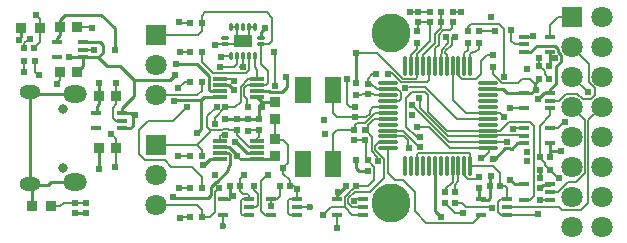
<source format=gbl>
%FSLAX44Y44*%
%MOMM*%
G71*
G01*
G75*
G04 Layer_Physical_Order=4*
G04 Layer_Color=16711680*
%ADD10R,0.6200X0.5700*%
%ADD11R,0.7620X0.7620*%
%ADD12R,2.7940X0.7366*%
%ADD13R,1.3000X0.4500*%
%ADD14R,0.3000X0.3000*%
%ADD15R,0.7620X0.7620*%
%ADD16R,0.5000X0.2000*%
%ADD17C,0.1500*%
%ADD18C,0.2540*%
%ADD19C,0.2000*%
%ADD20C,0.1524*%
%ADD21R,1.8000X1.8000*%
%ADD22C,1.8000*%
%ADD23R,1.8000X1.8000*%
%ADD24C,1.8000*%
%ADD25C,0.8000*%
%ADD26O,1.8000X1.1500*%
%ADD27O,2.0000X1.4500*%
%ADD28C,0.6100*%
%ADD29C,0.6000*%
%ADD30C,3.3000*%
%ADD31R,0.5700X0.6200*%
%ADD32R,1.4000X2.2000*%
%ADD33R,0.9700X0.9600*%
%ADD34R,0.8500X0.3500*%
%ADD35O,1.7500X0.3500*%
%ADD36O,0.3500X1.7500*%
%ADD37R,1.2500X0.3000*%
%ADD38O,0.3000X0.8000*%
%ADD39O,0.8000X0.3000*%
%ADD40R,1.5000X1.0000*%
%ADD41R,0.5500X0.6000*%
%ADD42R,0.9500X0.9500*%
%ADD43R,0.6000X0.5500*%
%ADD44R,0.9500X0.9500*%
%ADD45C,0.2032*%
D10*
X1684750Y1137550D02*
D03*
Y1127950D02*
D03*
X1696500Y1240800D02*
D03*
Y1231200D02*
D03*
X1580250Y1217050D02*
D03*
Y1207450D02*
D03*
X1488833Y1186950D02*
D03*
Y1196550D02*
D03*
X1470000Y1186950D02*
D03*
Y1196550D02*
D03*
X1479417Y1186800D02*
D03*
Y1177200D02*
D03*
X1498250Y1186800D02*
D03*
Y1177200D02*
D03*
X1655730Y1125100D02*
D03*
Y1115500D02*
D03*
X1664480Y1125100D02*
D03*
Y1115500D02*
D03*
X1632250Y1261050D02*
D03*
Y1251450D02*
D03*
X1684750D02*
D03*
Y1261050D02*
D03*
X1675250Y1251450D02*
D03*
Y1261050D02*
D03*
D17*
X1706060Y1222560D02*
X1706083D01*
X1705750Y1222250D02*
X1706060Y1222560D01*
X1705750Y1222250D02*
Y1263000D01*
X1701500Y1267250D02*
X1705750Y1263000D01*
X1673730Y1112000D02*
X1695000D01*
X1670230Y1115500D02*
X1673730Y1112000D01*
X1679350Y1098930D02*
X1686150Y1105730D01*
X1640070Y1098930D02*
X1679350D01*
X1683200Y1136000D02*
X1684750Y1137550D01*
X1675250Y1136000D02*
X1683200D01*
X1672250Y1139000D02*
X1675250Y1136000D01*
X1672250Y1139000D02*
Y1147250D01*
X1663923Y1107250D02*
X1671000D01*
X1655730Y1115443D02*
X1663923Y1107250D01*
X1655730Y1115443D02*
Y1115500D01*
X1664480D02*
X1670230D01*
X1655730Y1125100D02*
Y1127230D01*
X1662250Y1133750D01*
X1664480Y1125100D02*
Y1131230D01*
X1667250Y1134000D01*
X1751510Y1136750D02*
X1752500D01*
X1744830Y1143430D02*
X1751510Y1136750D01*
X1763250Y1222700D02*
X1776700Y1209250D01*
X1776750D01*
X1763250Y1248100D02*
X1777630Y1233720D01*
Y1218135D02*
Y1233720D01*
Y1218135D02*
X1782500Y1213265D01*
Y1207000D02*
Y1213265D01*
X1779067Y1203567D02*
X1782500Y1207000D01*
X1772567Y1203567D02*
X1779067D01*
X1767815Y1208320D02*
X1772567Y1203567D01*
X1745080Y1189830D02*
Y1195713D01*
X1736330Y1181080D02*
X1745080Y1189830D01*
X1736330Y1154580D02*
Y1181080D01*
X1774270Y1140770D02*
Y1186280D01*
X1777250Y1116000D02*
Y1185900D01*
X1745080Y1202213D02*
X1752579D01*
X1758685Y1208320D02*
X1767815D01*
X1752579Y1202213D02*
X1758685Y1208320D01*
X1767000Y1133500D02*
X1774270Y1140770D01*
X1760065Y1133500D02*
X1767000D01*
X1751495Y1124930D02*
X1760065Y1133500D01*
X1763250Y1197300D02*
X1774270Y1186280D01*
X1745080Y1124930D02*
X1751495D01*
X1777250Y1185900D02*
X1788650Y1197300D01*
X1771330Y1110080D02*
X1777250Y1116000D01*
X1754670Y1110080D02*
X1771330D01*
X1752520Y1112230D02*
X1754670Y1110080D01*
X1708150Y1112230D02*
X1752520D01*
X1731265Y1121515D02*
Y1180985D01*
X1728180Y1118430D02*
X1731265Y1121515D01*
X1723080Y1118430D02*
X1728180D01*
X1751747Y1179247D02*
X1756000Y1183500D01*
X1744580Y1179247D02*
X1751747D01*
X1751750Y1273500D02*
X1763250D01*
X1744580Y1266330D02*
X1751750Y1273500D01*
X1744580Y1256530D02*
Y1266330D01*
X1662250Y1210500D02*
X1662250Y1210500D01*
X1662250Y1203250D02*
Y1210500D01*
Y1203250D02*
X1673500Y1192000D01*
X1692000D01*
X1662250Y1210500D02*
Y1231750D01*
X1727750Y1184500D02*
X1731265Y1180985D01*
X1630500Y1108500D02*
X1640070Y1098930D01*
X1714750Y1250030D02*
X1722580D01*
X1652550Y1269250D02*
Y1277500D01*
X1632750Y1277750D02*
X1633000Y1277500D01*
X1642950D01*
X1632250Y1261050D02*
X1632750Y1261550D01*
Y1269250D01*
X1642950D01*
X1632250Y1241750D02*
X1642950Y1252450D01*
Y1269250D01*
X1626500Y1277750D02*
X1632750D01*
X1730280Y1256530D02*
X1730500Y1256750D01*
X1722580Y1256530D02*
X1730280D01*
X1735830Y1238830D02*
X1736500Y1239500D01*
X1734750D02*
X1735830Y1238420D01*
X1734750Y1239500D02*
X1736500D01*
X1632250Y1231750D02*
Y1241750D01*
X1627250Y1241250D02*
X1632250Y1246250D01*
Y1251450D01*
X1640960Y1218210D02*
X1642250Y1219500D01*
X1618622Y1218210D02*
X1640960D01*
X1425250Y1185000D02*
X1437250Y1197000D01*
X1411054Y1207202D02*
X1446202D01*
X1376500Y1145750D02*
X1377580Y1146830D01*
X1708500Y1119080D02*
Y1128250D01*
X1706450Y1130300D02*
X1708500Y1128250D01*
X1702240Y1130300D02*
X1706450D01*
X1733730Y1105730D02*
X1734500Y1106500D01*
X1708150Y1105730D02*
X1733730D01*
X1466250Y1173250D02*
X1470000D01*
X1465210Y1172210D02*
X1466250Y1173250D01*
X1465210Y1167750D02*
Y1172210D01*
X1473240Y1177180D02*
X1479397D01*
X1472100Y1178320D02*
X1473240Y1177180D01*
X1467900Y1178320D02*
X1472100D01*
X1466760Y1177180D02*
X1467900Y1178320D01*
X1457970Y1177180D02*
X1466760D01*
X1479417Y1173583D02*
X1490250Y1162750D01*
X1479417Y1173583D02*
Y1177200D01*
X1693000Y1173000D02*
X1722327D01*
X1692000Y1172000D02*
X1693000Y1173000D01*
X1708083Y1166833D02*
Y1167557D01*
X1708000Y1166750D02*
X1708083Y1166833D01*
X1692000Y1162000D02*
X1693000Y1161000D01*
Y1158500D02*
Y1161000D01*
X1688000Y1153500D02*
X1693000Y1158500D01*
X1686500Y1153500D02*
X1688000D01*
X1735830Y1231780D02*
Y1238420D01*
X1696250Y1147250D02*
X1702240Y1141260D01*
X1677250Y1147250D02*
X1696250D01*
X1490250Y1162750D02*
X1496790D01*
X1479397Y1177180D02*
X1479417Y1177200D01*
X1457950D02*
X1457970Y1177180D01*
X1461000Y1182250D02*
Y1187550D01*
X1470000Y1196550D01*
X1445750Y1165000D02*
X1457625Y1176875D01*
X1454500Y1180000D02*
X1457625Y1176875D01*
X1454500Y1180000D02*
Y1189237D01*
X1462571Y1197308D01*
X1485750Y1206250D02*
X1488520Y1203480D01*
Y1196863D02*
Y1203480D01*
X1489250Y1220250D02*
X1496790D01*
X1482750Y1213750D02*
X1489250Y1220250D01*
X1482750Y1201250D02*
Y1213750D01*
X1488250Y1215250D02*
X1496790D01*
X1485750Y1212750D02*
X1488250Y1215250D01*
X1485750Y1206250D02*
Y1212750D01*
X1487250Y1225500D02*
X1490000Y1228250D01*
X1459750Y1225500D02*
X1487250D01*
X1497000Y1220460D02*
Y1228500D01*
X1480000Y1233750D02*
Y1240000D01*
X1477250Y1231000D02*
X1480000Y1233750D01*
X1496790Y1220250D02*
X1497000Y1220460D01*
X1495000Y1230500D02*
X1497000Y1228500D01*
X1404250Y1185000D02*
X1425250D01*
X1396500Y1177250D02*
X1404250Y1185000D01*
X1377500Y1217500D02*
X1377580Y1217420D01*
X1430070Y1213059D02*
X1435511Y1218500D01*
X1440200D01*
X1449800Y1235450D02*
X1459750Y1225500D01*
X1449800Y1235450D02*
Y1243500D01*
X1508350Y1112900D02*
X1508500Y1112750D01*
X1508350Y1112900D02*
Y1118870D01*
X1500500Y1109000D02*
Y1134500D01*
X1497500Y1114250D02*
Y1123000D01*
X1598250Y1151000D02*
Y1155001D01*
X1622930Y1180320D02*
Y1204930D01*
Y1180320D02*
X1632000Y1171250D01*
X1622930Y1204930D02*
X1627820Y1209820D01*
X1638680D02*
X1641730Y1206770D01*
X1627820Y1209820D02*
X1638680D01*
X1625000Y1213500D02*
X1639250D01*
X1641730Y1192993D02*
Y1206770D01*
X1639250Y1213500D02*
X1665750Y1187000D01*
X1590750Y1177250D02*
Y1181750D01*
X1604000Y1137000D02*
Y1153170D01*
X1600850Y1156320D02*
X1604000Y1153170D01*
X1596730Y1160439D02*
X1600849Y1156320D01*
X1600850D01*
X1598500Y1151000D02*
X1598750Y1151250D01*
X1598250Y1151000D02*
X1598500D01*
X1600418Y1167250D02*
X1607250D01*
X1596730Y1163562D02*
X1600418Y1167250D01*
X1593960Y1159291D02*
X1598250Y1155001D01*
X1593960Y1159291D02*
Y1171897D01*
X1588607Y1177250D02*
X1593960Y1171897D01*
X1596730Y1160439D02*
Y1163562D01*
X1588500Y1177250D02*
X1588607D01*
X1590300Y1151700D02*
X1595750Y1146250D01*
Y1135250D02*
Y1146250D01*
X1590800Y1130300D02*
X1595750Y1135250D01*
X1590300Y1151700D02*
Y1151750D01*
X1552750Y1105500D02*
X1559340Y1112090D01*
X1570910D01*
X1590750Y1181750D02*
X1596000Y1187000D01*
X1580000Y1168750D02*
X1589000D01*
Y1153050D02*
Y1168750D01*
Y1153050D02*
X1590300Y1151750D01*
X1633520Y1158020D02*
X1676230D01*
X1632250Y1156750D02*
X1633520Y1158020D01*
X1632000Y1171250D02*
X1634500D01*
X1611332Y1225500D02*
X1618622Y1218210D01*
X1620270Y1220980D02*
X1630980D01*
X1598250Y1243000D02*
X1620270Y1220980D01*
X1580000Y1168750D02*
X1580000Y1168750D01*
X1564250Y1177250D02*
X1580000D01*
X1581750Y1183250D02*
X1588250D01*
X1580000Y1181500D02*
X1581750Y1183250D01*
X1580000Y1177250D02*
Y1181500D01*
X1632250Y1222250D02*
Y1231750D01*
X1630980Y1220980D02*
X1632250Y1222250D01*
X1580500Y1243000D02*
X1598250D01*
X1594250Y1224750D02*
X1597750D01*
X1590500Y1221000D02*
X1594250Y1224750D01*
X1590500Y1216750D02*
Y1221000D01*
X1478050Y1196550D02*
X1482750Y1201250D01*
X1744580Y1256530D02*
X1744860Y1256250D01*
X1564500Y1094750D02*
Y1105460D01*
X1564230Y1105730D02*
X1564500Y1105460D01*
X1530480Y1112500D02*
X1541750D01*
X1530350Y1112370D02*
X1530480Y1112500D01*
X1467750Y1096500D02*
Y1105830D01*
X1467710Y1105870D02*
X1467750Y1105830D01*
X1722327Y1173000D02*
X1722580Y1172747D01*
X1692000Y1167000D02*
X1707500D01*
X1707750Y1166750D01*
X1708000D01*
X1711000Y1195750D02*
X1723043D01*
X1723080Y1195713D01*
X1607250Y1167250D02*
X1607500Y1167000D01*
X1500500Y1134500D02*
X1505500Y1139500D01*
X1506250D01*
X1500500Y1109000D02*
X1503630Y1105870D01*
X1508350D01*
X1493750Y1126750D02*
Y1130250D01*
X1489710Y1112370D02*
X1495620D01*
X1497500Y1114250D01*
X1493750Y1126750D02*
X1497500Y1123000D01*
X1624750Y1162500D02*
X1625250Y1162000D01*
X1607500Y1177000D02*
X1620500D01*
X1634250Y1162000D02*
Y1163250D01*
X1607500Y1172000D02*
X1621583D01*
X1624750Y1162500D02*
Y1168833D01*
X1621583Y1172000D02*
X1624750Y1168833D01*
X1672250Y1231750D02*
Y1242500D01*
X1627250Y1231750D02*
Y1241250D01*
X1596250Y1207000D02*
X1607500D01*
X1595000Y1208250D02*
X1596250Y1207000D01*
X1590500Y1208250D02*
X1595000D01*
X1590500Y1208250D02*
X1590500Y1208250D01*
X1586000Y1208250D02*
X1590500D01*
X1584750Y1207000D02*
X1586000Y1208250D01*
X1580700Y1207000D02*
X1584750D01*
X1580250Y1207450D02*
X1580700Y1207000D01*
X1595250Y1197000D02*
X1607500D01*
X1592000Y1193750D02*
X1595250Y1197000D01*
X1592000Y1191000D02*
Y1193750D01*
X1589250Y1188250D02*
X1592000Y1191000D01*
X1580000Y1188250D02*
X1589250D01*
X1597000Y1192000D02*
X1607500D01*
X1588250Y1183250D02*
X1597000Y1192000D01*
X1596000Y1187000D02*
X1607500D01*
X1564250Y1188250D02*
X1580000D01*
X1561000Y1191500D02*
X1564250Y1188250D01*
X1561000Y1191500D02*
Y1211750D01*
Y1148750D02*
Y1174000D01*
X1564250Y1177250D01*
X1607500Y1141000D02*
Y1162000D01*
X1620500Y1177000D02*
X1634250Y1163250D01*
X1677250Y1231750D02*
Y1241500D01*
X1679250Y1243500D01*
X1681500D01*
X1684250Y1246250D01*
Y1250950D01*
X1684750Y1251450D01*
X1672250Y1242500D02*
X1675250Y1245500D01*
Y1251450D01*
X1647250Y1231750D02*
X1647770Y1232270D01*
X1498250Y1171750D02*
Y1177200D01*
X1496790Y1170290D02*
X1498250Y1171750D01*
X1496790Y1167750D02*
Y1170290D01*
X1488520Y1196863D02*
X1488833Y1196550D01*
X1642250Y1219500D02*
Y1231750D01*
X1607750Y1225500D02*
X1611332D01*
X1607500Y1225750D02*
X1607750Y1225500D01*
X1488750Y1176500D02*
X1489450Y1177200D01*
X1498250D01*
X1667250Y1134000D02*
Y1147250D01*
X1662250Y1133750D02*
Y1147250D01*
X1695000Y1112000D02*
X1695250Y1111750D01*
X1684800Y1261000D02*
X1698250D01*
X1684750Y1261050D02*
X1684800Y1261000D01*
X1675250Y1261050D02*
Y1264750D01*
X1677750Y1267250D01*
X1701500D01*
X1449800Y1103500D02*
X1456750D01*
X1461250Y1108000D01*
Y1125000D01*
X1464250Y1128000D01*
X1464500D01*
X1432000Y1103500D02*
X1440200D01*
X1431500Y1103000D02*
X1432000Y1103500D01*
X1430750Y1128750D02*
X1440200D01*
X1429750Y1155250D02*
X1439700D01*
X1440200Y1155750D01*
X1431250Y1243500D02*
X1440200D01*
X1430750Y1268250D02*
X1440200D01*
X1430500Y1268500D02*
X1430750Y1268250D01*
X1449800Y1261300D02*
Y1268250D01*
X1446500Y1258000D02*
X1449800Y1261300D01*
X1411056Y1258000D02*
X1446500D01*
X1411054Y1258002D02*
X1411056Y1258000D01*
X1449800Y1155750D02*
Y1160950D01*
X1445750Y1165000D02*
X1449800Y1160950D01*
X1411054Y1165000D02*
X1445750D01*
X1411054Y1114200D02*
X1445550D01*
X1449800Y1109950D01*
Y1103500D02*
Y1109950D01*
X1500000Y1233250D02*
Y1250000D01*
X1496790Y1215250D02*
X1504250D01*
X1506000Y1217000D01*
Y1227250D01*
X1500000Y1233250D02*
X1506000Y1227250D01*
X1500000Y1250000D02*
X1507250D01*
X1509750Y1252500D01*
X1449800Y1273800D02*
X1453000Y1277000D01*
X1449800Y1268250D02*
Y1273800D01*
X1453000Y1277000D02*
X1505000D01*
X1509750Y1272250D01*
Y1252500D02*
Y1272250D01*
X1495000Y1230500D02*
Y1240000D01*
X1449800Y1243500D02*
X1450050Y1243250D01*
X1449800Y1128750D02*
Y1137700D01*
X1441250Y1146250D02*
X1449800Y1137700D01*
X1424000Y1146250D02*
X1441250D01*
X1418500Y1151750D02*
X1424000Y1146250D01*
X1396500Y1157250D02*
X1402000Y1151750D01*
X1396500Y1157250D02*
Y1177250D01*
X1446202Y1207202D02*
X1449800Y1210800D01*
Y1218500D01*
X1470000Y1196550D02*
X1478050D01*
X1402000Y1151750D02*
X1418500D01*
X1490000Y1228250D02*
Y1240000D01*
X1466750D02*
X1475000D01*
X1466000Y1239250D02*
X1466750Y1240000D01*
X1485000Y1233750D02*
Y1240000D01*
X1482250Y1231000D02*
X1485000Y1233750D01*
X1465500Y1231000D02*
X1477250D01*
X1462571Y1196558D02*
Y1197308D01*
X1313150Y1263500D02*
Y1271850D01*
X1310000Y1275000D02*
X1313150Y1271850D01*
X1344500Y1264500D02*
X1356500D01*
X1356750Y1264250D01*
X1299490Y1235710D02*
X1299750Y1235970D01*
X1299490Y1226760D02*
Y1235710D01*
Y1226760D02*
X1299500Y1226750D01*
X1330000Y1219500D02*
Y1227000D01*
X1327000Y1216500D02*
X1330000Y1219500D01*
X1377500Y1185500D02*
X1382500D01*
X1375000Y1188000D02*
X1377500Y1185500D01*
X1375000Y1188000D02*
Y1196500D01*
X1377580Y1199080D01*
Y1206500D01*
Y1217420D01*
X1470000Y1250000D02*
X1482500D01*
X1485000Y1252500D01*
X1490000Y1265000D02*
X1495000D01*
X1475000D02*
X1480000D01*
X1490000Y1257500D02*
Y1265000D01*
X1485000Y1252500D02*
X1490000Y1257500D01*
X1480000Y1257500D02*
Y1265000D01*
Y1257500D02*
X1485000Y1252500D01*
X1461000Y1250000D02*
X1470000D01*
X1460750Y1249750D02*
X1461000Y1250000D01*
X1465210Y1220250D02*
X1476250D01*
X1477250Y1219250D01*
X1511750Y1169750D02*
Y1186500D01*
Y1169750D02*
X1512250Y1169250D01*
X1518500D01*
X1522750Y1165000D01*
Y1149500D02*
Y1165000D01*
X1519000Y1145750D02*
X1522750Y1149500D01*
X1519000Y1145250D02*
Y1145750D01*
X1524440Y1130300D02*
X1527950D01*
X1530350Y1127900D01*
Y1118870D02*
Y1127900D01*
X1524120Y1118870D02*
X1530350D01*
X1524380Y1105870D02*
X1530350D01*
X1523000Y1107250D02*
X1524380Y1105870D01*
X1523000Y1107250D02*
Y1117750D01*
X1524120Y1118870D01*
X1515940Y1121190D02*
Y1130300D01*
X1513750Y1119000D02*
X1515940Y1121190D01*
X1508480Y1119000D02*
X1513750D01*
X1508350Y1118870D02*
X1508480Y1119000D01*
X1519000Y1140500D02*
Y1145250D01*
Y1140500D02*
X1524440Y1135060D01*
Y1130300D02*
Y1135060D01*
X1484370Y1118870D02*
X1489710D01*
X1483000Y1117500D02*
X1484370Y1118870D01*
X1484120Y1105870D02*
X1489710D01*
X1483000Y1107000D02*
Y1117500D01*
Y1107000D02*
X1484125Y1105875D01*
X1484120Y1105870D02*
X1484125Y1105875D01*
X1489710Y1118870D02*
Y1122290D01*
X1488500Y1123500D02*
X1489710Y1122290D01*
X1484500Y1123500D02*
X1488500D01*
X1482530Y1125470D02*
Y1130300D01*
Y1125470D02*
X1484500Y1123500D01*
X1482530Y1130300D02*
Y1136030D01*
X1485750Y1139250D01*
X1377580Y1146830D02*
Y1162090D01*
X1373000Y1173750D02*
X1374000D01*
X1377580Y1170170D01*
Y1162090D02*
Y1170170D01*
X1322150Y1112750D02*
X1329750D01*
X1333000Y1116000D01*
X1342500D01*
X1308250Y1246750D02*
X1313150Y1251650D01*
Y1263500D01*
X1358750Y1245500D02*
X1359000Y1245250D01*
X1349250Y1245500D02*
X1358750D01*
X1299750Y1246750D02*
Y1251000D01*
X1303250Y1254500D01*
X1304750D01*
X1309090Y1226660D02*
Y1235710D01*
Y1226660D02*
X1311500Y1224250D01*
X1312500D01*
X1512000Y1215000D02*
Y1242750D01*
X1511250Y1243500D02*
X1512000Y1242750D01*
X1692000Y1177000D02*
X1702250D01*
X1709750Y1184500D01*
X1714247Y1179247D02*
X1722580D01*
X1713250Y1178250D02*
X1714247Y1179247D01*
X1736430Y1118430D02*
X1745080D01*
X1736000Y1118000D02*
X1736430Y1118430D01*
X1708150Y1118730D02*
X1708500Y1119080D01*
X1702980Y1118730D02*
X1708150D01*
X1701000Y1116750D02*
X1702980Y1118730D01*
X1703520Y1105730D02*
X1708150D01*
X1701000Y1108250D02*
X1703520Y1105730D01*
X1701000Y1108250D02*
Y1116750D01*
X1702240Y1130300D02*
Y1141260D01*
X1630500Y1108500D02*
Y1125000D01*
X1607500Y1141000D02*
X1613250Y1135250D01*
X1620250D01*
X1630500Y1125000D01*
X1736330Y1154170D02*
Y1154580D01*
X1744830Y1143430D02*
Y1143537D01*
X1740750Y1147617D02*
X1744830Y1143537D01*
X1740750Y1147617D02*
Y1149750D01*
X1736330Y1154170D02*
X1740750Y1149750D01*
X1735830Y1231670D02*
Y1231780D01*
X1744330Y1220630D02*
Y1220737D01*
X1740250Y1224817D02*
X1744330Y1220737D01*
X1740250Y1224817D02*
Y1227250D01*
X1735830Y1231670D02*
X1740250Y1227250D01*
X1676230Y1158020D02*
X1677250Y1157000D01*
Y1147250D02*
Y1157000D01*
X1632250Y1147250D02*
Y1156750D01*
X1572827Y1221060D02*
X1573687Y1221920D01*
X1598000Y1212000D02*
X1607500D01*
X1593250Y1216750D02*
X1598000Y1212000D01*
X1590500Y1216750D02*
X1593250D01*
X1607500Y1212000D02*
X1615500D01*
X1618270Y1209230D01*
X1607500Y1202000D02*
X1616750D01*
X1618270Y1203520D01*
X1580320Y1130300D02*
X1590800D01*
X1580320Y1130193D02*
Y1130300D01*
X1577270Y1105730D02*
X1586230D01*
X1592280Y1125280D02*
X1604000Y1137000D01*
X1575363Y1125280D02*
X1575407D01*
X1576590Y1126463D01*
Y1126507D01*
X1576853Y1126770D01*
X1576897D01*
X1580320Y1130193D01*
X1579980Y1118730D02*
X1586230D01*
X1578750Y1117500D02*
X1579980Y1118730D01*
X1573680Y1115400D02*
Y1119600D01*
X1570910Y1112090D02*
Y1120827D01*
X1573680Y1115400D02*
X1576850Y1112230D01*
X1573680Y1119600D02*
X1579360Y1125280D01*
X1576850Y1112230D02*
X1586230D01*
X1579360Y1125280D02*
X1592280D01*
X1570910Y1112090D02*
X1577270Y1105730D01*
X1570910Y1120827D02*
X1575363Y1125280D01*
X1342500Y1116000D02*
X1352000D01*
X1352000Y1116000D01*
X1692000Y1192000D02*
X1702250D01*
X1705500Y1188750D01*
X1634250Y1204750D02*
X1634750Y1204250D01*
X1618270Y1203520D02*
Y1209230D01*
X1634750Y1196055D02*
Y1204250D01*
X1665750Y1187000D02*
X1692000D01*
X1641730Y1192993D02*
X1657723Y1177000D01*
X1692000D01*
X1634750Y1196055D02*
X1658805Y1172000D01*
X1692000D01*
X1628079Y1198809D02*
X1659415Y1167473D01*
X1632250Y1180250D02*
X1642250D01*
X1660500Y1162000D01*
X1692000D01*
X1659415Y1167002D02*
Y1167473D01*
Y1167002D02*
X1659417Y1167000D01*
X1692000D01*
X1572827Y1199423D02*
Y1221060D01*
Y1199423D02*
X1575500Y1196750D01*
X1580000D01*
X1709750Y1184500D02*
X1727750D01*
X1712000Y1252780D02*
X1714750Y1250030D01*
X1712000Y1252780D02*
Y1261750D01*
X1647250Y1231750D02*
Y1246500D01*
X1650500Y1249750D01*
X1637250Y1231750D02*
Y1241000D01*
X1650500Y1249750D02*
Y1258000D01*
X1637250Y1241000D02*
X1647730Y1251480D01*
Y1259147D01*
X1652550Y1263967D02*
Y1269250D01*
X1647730Y1259147D02*
X1652550Y1263967D01*
X1650500Y1258000D02*
X1654250Y1261750D01*
X1660000D01*
X1661750Y1263500D01*
Y1268750D01*
X1662250Y1269250D01*
Y1277750D02*
X1669500D01*
D18*
X1731750Y1211500D02*
Y1216550D01*
X1684750Y1120130D02*
X1686150Y1118730D01*
X1684750Y1120130D02*
Y1127950D01*
X1451321Y1147806D02*
X1451556D01*
X1427601Y1202590D02*
X1449590D01*
X1744580Y1160000D02*
Y1166247D01*
Y1154830D02*
Y1160000D01*
X1753750D01*
X1736330Y1136580D02*
Y1143430D01*
X1736306Y1136555D02*
X1736330Y1136580D01*
X1736306Y1136555D02*
X1736335D01*
X1751710Y1243320D02*
X1754425Y1240605D01*
Y1235745D02*
Y1240605D01*
X1749620Y1230940D02*
X1754425Y1235745D01*
X1749620Y1216578D02*
Y1230940D01*
X1745080Y1212038D02*
X1749620Y1216578D01*
X1745080Y1208713D02*
Y1212038D01*
X1751710Y1243320D02*
Y1245992D01*
X1748702Y1249000D02*
X1751710Y1245992D01*
X1748835Y1238060D02*
X1749060D01*
X1749250Y1238250D01*
X1733500Y1249000D02*
X1748702D01*
X1744580Y1237500D02*
X1745330Y1238250D01*
X1749250D01*
X1744580Y1237500D02*
Y1243530D01*
Y1232030D02*
Y1237500D01*
X1728963Y1208713D02*
X1731750Y1211500D01*
X1723080Y1208713D02*
X1728963D01*
X1736000Y1128323D02*
X1738642Y1130965D01*
X1647250Y1109000D02*
Y1147250D01*
Y1109000D02*
X1652250Y1104000D01*
X1564230Y1122710D02*
X1571820Y1130300D01*
X1708537Y1208713D02*
X1723080D01*
X1705250Y1212000D02*
X1708537Y1208713D01*
X1692000Y1212000D02*
X1705250D01*
X1426820Y1201809D02*
X1427601Y1202590D01*
X1474160Y1148160D02*
Y1156340D01*
X1472750Y1157750D02*
X1474160Y1156340D01*
X1465210Y1157750D02*
X1472750D01*
X1473138Y1162750D02*
X1479750Y1156138D01*
X1465210Y1162750D02*
X1473138D01*
X1478750Y1167250D02*
X1488250Y1157750D01*
X1477750Y1167250D02*
X1478750D01*
X1465210Y1162750D02*
X1465210Y1162750D01*
X1462496Y1133590D02*
X1472500Y1143595D01*
Y1146500D01*
X1474160Y1148160D01*
X1728030Y1243530D02*
X1733500Y1249000D01*
X1722580Y1243530D02*
X1728030D01*
X1580700Y1145300D02*
Y1151750D01*
Y1145300D02*
X1583250Y1142750D01*
X1590500D01*
X1738642Y1130965D02*
X1744615D01*
X1745080Y1131430D01*
X1734750Y1203750D02*
X1739713Y1208713D01*
X1745080D01*
X1697845Y1153250D02*
X1706435Y1161840D01*
X1696250Y1153250D02*
X1697845D01*
X1711065Y1161840D02*
X1711156Y1161750D01*
X1712750D01*
X1706435Y1161840D02*
X1711065D01*
X1712750Y1161750D02*
X1717247Y1166247D01*
X1722580D01*
X1744330Y1231780D02*
X1744580Y1232030D01*
X1507500Y1209410D02*
X1517910D01*
X1506660Y1210250D02*
X1507500Y1209410D01*
X1496790Y1210250D02*
X1506660D01*
X1521500Y1222750D02*
X1522000Y1222250D01*
Y1213500D02*
Y1222250D01*
X1517910Y1209410D02*
X1522000Y1213500D01*
X1564230Y1118730D02*
Y1122710D01*
X1474030Y1120280D02*
Y1130300D01*
X1426000Y1120750D02*
X1426500Y1120250D01*
X1455500D01*
X1462185Y1133590D02*
X1462496D01*
X1457960Y1122710D02*
Y1129365D01*
X1462185Y1133590D01*
X1455500Y1120250D02*
X1457960Y1122710D01*
X1488250Y1157750D02*
X1496790D01*
X1472620Y1118870D02*
X1474030Y1120280D01*
X1467710Y1118870D02*
X1472620D01*
X1498000Y1197960D02*
X1501040Y1201000D01*
X1498000Y1187050D02*
Y1197960D01*
X1452250Y1205250D02*
X1465210D01*
X1449590Y1202590D02*
X1452250Y1205250D01*
X1334500Y1275000D02*
X1364750D01*
X1376250Y1263500D01*
Y1245000D02*
Y1263500D01*
X1446000Y1175000D02*
X1449590Y1178590D01*
Y1202590D01*
X1451556Y1147806D02*
X1456500Y1152750D01*
X1465210D01*
X1501040Y1201000D02*
X1511750D01*
X1330000Y1270500D02*
X1334500Y1275000D01*
X1330000Y1264500D02*
Y1270500D01*
X1693740Y1137740D02*
X1694750Y1138750D01*
X1693740Y1130300D02*
Y1137740D01*
X1711250Y1135250D02*
X1715070Y1131430D01*
X1723080D01*
X1686150Y1118730D02*
X1686380Y1118500D01*
X1692250D01*
X1693740Y1119990D01*
Y1130300D01*
X1382500Y1196000D02*
X1392750Y1206250D01*
Y1220000D01*
X1380750Y1232000D02*
X1392750Y1220000D01*
X1369500Y1232000D02*
X1380750D01*
X1362500Y1239000D02*
X1369500Y1232000D01*
X1392750Y1220000D02*
X1423010D01*
X1382500Y1192000D02*
Y1196000D01*
X1366250Y1242750D02*
Y1249250D01*
X1363500Y1252000D02*
X1366250Y1249250D01*
X1349250Y1252000D02*
X1363500D01*
X1362500Y1239000D02*
X1366250Y1242750D01*
X1423010Y1220000D02*
X1427320Y1224310D01*
X1428250Y1233500D02*
X1445750D01*
X1456000Y1223250D01*
Y1211750D02*
Y1223250D01*
Y1211750D02*
X1457500Y1210250D01*
X1465210D01*
X1363080Y1216830D02*
X1363250Y1217000D01*
X1363080Y1206500D02*
Y1216830D01*
X1363000Y1144500D02*
X1363080Y1144580D01*
Y1162090D01*
X1360500Y1192000D02*
X1361000Y1192500D01*
Y1197500D01*
X1363080Y1199580D01*
Y1206500D01*
X1500000Y1260250D02*
X1503500Y1263750D01*
X1500000Y1255000D02*
Y1260250D01*
X1580250Y1242750D02*
X1580500Y1243000D01*
X1580250Y1217050D02*
Y1242750D01*
X1475090Y1213660D02*
X1477500Y1211250D01*
X1474935Y1213660D02*
X1475090D01*
X1473345Y1215250D02*
X1474935Y1213660D01*
X1465210Y1215250D02*
X1473345D01*
X1482250Y1152750D02*
X1496790D01*
X1509250D02*
X1511750Y1155250D01*
X1496790Y1152750D02*
X1509250D01*
X1352250Y1107500D02*
X1352250Y1107500D01*
X1342500Y1107500D02*
X1352250D01*
X1392750Y1190250D02*
X1393000Y1190500D01*
X1391500Y1190250D02*
X1392750D01*
X1382500Y1192000D02*
X1382500Y1192000D01*
X1389750D01*
X1391500Y1190250D01*
Y1181000D02*
Y1190250D01*
X1389500Y1179000D02*
X1391500Y1181000D01*
X1382500Y1179000D02*
X1389500D01*
X1349250Y1231750D02*
Y1239000D01*
X1344500Y1227000D02*
X1349250Y1231750D01*
X1496790Y1205250D02*
X1501040Y1201000D01*
X1498000Y1187050D02*
X1498250Y1186800D01*
X1470000Y1186950D02*
X1470150Y1186800D01*
X1479417D01*
X1305850Y1112750D02*
Y1130940D01*
X1322640Y1133390D02*
X1342900D01*
X1320000Y1130750D02*
X1322640Y1133390D01*
X1306040Y1130750D02*
X1320000D01*
X1304900Y1131890D02*
X1305850Y1130940D01*
X1306040Y1130750D01*
X1306400Y1207890D02*
X1342900D01*
X1304900Y1209390D02*
X1306400Y1207890D01*
X1296850Y1255850D02*
Y1263500D01*
X1337500Y1239000D02*
X1349250D01*
X1362500D01*
X1327250Y1252000D02*
Y1255500D01*
X1330000Y1258250D01*
Y1264500D01*
X1479417Y1186800D02*
X1498250D01*
X1304900Y1131890D02*
Y1209390D01*
X1731750Y1216550D02*
X1735830Y1220630D01*
X1744580Y1154830D02*
X1744830Y1154580D01*
D20*
X1727800Y1220500D02*
X1731750Y1216550D01*
X1720750Y1220500D02*
X1727800D01*
X1703978Y1217478D02*
X1717728D01*
X1720750Y1220500D01*
X1696500Y1224956D02*
X1703978Y1217478D01*
X1696500Y1224956D02*
Y1231200D01*
X1661750Y1249726D02*
Y1255750D01*
X1656274Y1244250D02*
X1661750Y1249726D01*
X1658702Y1250988D02*
Y1255750D01*
X1653226Y1245512D02*
X1658702Y1250988D01*
X1662250Y1256250D02*
X1664038D01*
X1661750Y1255750D02*
X1662250Y1256250D01*
X1656274Y1242287D02*
X1657250Y1241311D01*
X1656274Y1242287D02*
Y1244250D01*
X1657250Y1231750D02*
Y1241311D01*
X1658202Y1256250D02*
X1658702Y1255750D01*
X1656414Y1256250D02*
X1658202D01*
X1653226Y1242287D02*
Y1245512D01*
X1652250Y1241311D02*
X1653226Y1242287D01*
X1652250Y1231750D02*
Y1241311D01*
D21*
X1763250Y1273500D02*
D03*
D22*
X1788650D02*
D03*
X1763250Y1248100D02*
D03*
X1788650D02*
D03*
X1763250Y1222700D02*
D03*
X1788650D02*
D03*
X1763250Y1197300D02*
D03*
X1788650D02*
D03*
X1763250Y1171900D02*
D03*
X1788650D02*
D03*
X1763250Y1146500D02*
D03*
X1788650D02*
D03*
X1763250Y1121100D02*
D03*
X1788650D02*
D03*
X1763250Y1095700D02*
D03*
X1788650D02*
D03*
D23*
X1411054Y1165000D02*
D03*
Y1258002D02*
D03*
D24*
Y1139600D02*
D03*
Y1114200D02*
D03*
Y1232602D02*
D03*
Y1207202D02*
D03*
D25*
X1332400Y1145640D02*
D03*
Y1195640D02*
D03*
D26*
X1304900Y1131890D02*
D03*
Y1209390D02*
D03*
D27*
X1342900Y1133390D02*
D03*
Y1207890D02*
D03*
D28*
X1706083Y1222560D02*
D03*
X1671000Y1107250D02*
D03*
X1451321Y1147806D02*
D03*
X1461000Y1182250D02*
D03*
X1437250Y1197000D02*
D03*
X1462571Y1196558D02*
D03*
X1752500Y1136750D02*
D03*
X1776750Y1209250D02*
D03*
X1757500Y1184250D02*
D03*
X1753750Y1160000D02*
D03*
X1736335Y1136555D02*
D03*
Y1128323D02*
D03*
X1748835Y1238060D02*
D03*
X1734750Y1203750D02*
D03*
X1732750Y1211750D02*
D03*
X1725364Y1151130D02*
D03*
X1725500Y1158500D02*
D03*
X1652250Y1104000D02*
D03*
X1712000Y1261750D02*
D03*
X1664038Y1256250D02*
D03*
X1656414D02*
D03*
X1484500Y1231000D02*
D03*
X1626500Y1277750D02*
D03*
X1730500Y1256750D02*
D03*
X1725500Y1228750D02*
D03*
X1735830Y1238830D02*
D03*
X1426820Y1201809D02*
D03*
X1430070Y1213059D02*
D03*
X1427320Y1224310D02*
D03*
X1373000Y1173750D02*
D03*
X1734500Y1106500D02*
D03*
X1470000Y1173250D02*
D03*
X1477750Y1167250D02*
D03*
X1708083Y1167557D02*
D03*
X1696250Y1153250D02*
D03*
X1521500Y1222750D02*
D03*
X1694750Y1138750D02*
D03*
X1686500Y1153500D02*
D03*
X1485750Y1139250D02*
D03*
X1476750Y1121250D02*
D03*
X1446000Y1175000D02*
D03*
X1376250Y1245000D02*
D03*
X1711250Y1135250D02*
D03*
X1377500Y1217500D02*
D03*
X1428250Y1233500D02*
D03*
X1426000Y1120750D02*
D03*
X1508500Y1112750D02*
D03*
X1363250Y1217000D02*
D03*
X1363000Y1144500D02*
D03*
X1628079Y1198809D02*
D03*
X1634250Y1204750D02*
D03*
X1598750Y1151250D02*
D03*
X1552750Y1105500D02*
D03*
X1634830Y1163307D02*
D03*
X1632250Y1180250D02*
D03*
X1628000Y1190340D02*
D03*
X1634500Y1171250D02*
D03*
X1622079Y1213059D02*
D03*
X1503500Y1263750D02*
D03*
X1580500Y1243000D02*
D03*
X1597750Y1224750D02*
D03*
X1460750Y1139750D02*
D03*
X1479750Y1155250D02*
D03*
X1501250Y1196750D02*
D03*
X1477500Y1211250D02*
D03*
X1352250Y1107500D02*
D03*
X1393000Y1190500D02*
D03*
X1564500Y1094750D02*
D03*
X1506250Y1139500D02*
D03*
X1493750Y1130250D02*
D03*
X1625250Y1162000D02*
D03*
X1590500Y1142750D02*
D03*
X1711000Y1195750D02*
D03*
X1695000Y1273500D02*
D03*
X1607500Y1224750D02*
D03*
X1488750Y1176500D02*
D03*
X1695250Y1111750D02*
D03*
X1698250Y1261000D02*
D03*
X1464500Y1128000D02*
D03*
X1431500Y1103000D02*
D03*
X1430750Y1128750D02*
D03*
X1429750Y1155250D02*
D03*
X1431250Y1243500D02*
D03*
X1430500Y1268500D02*
D03*
X1466000Y1239250D02*
D03*
X1465500Y1231000D02*
D03*
X1511250Y1243500D02*
D03*
X1312500Y1224250D02*
D03*
X1310000Y1275000D02*
D03*
X1356750Y1264250D02*
D03*
X1299500Y1226750D02*
D03*
X1327000Y1216500D02*
D03*
X1460750Y1249750D02*
D03*
X1477250Y1219250D02*
D03*
X1519000Y1145250D02*
D03*
X1530350Y1127900D02*
D03*
X1376500Y1145750D02*
D03*
X1304750Y1254500D02*
D03*
X1294813Y1253811D02*
D03*
X1337500Y1239000D02*
D03*
X1359000Y1245250D02*
D03*
X1512000Y1215000D02*
D03*
X1713250Y1178250D02*
D03*
X1736000Y1118000D02*
D03*
X1554250Y1173750D02*
D03*
X1553500Y1186250D02*
D03*
X1572827Y1221060D02*
D03*
X1578750Y1117500D02*
D03*
X1352000Y1116000D02*
D03*
X1705500Y1188750D02*
D03*
X1669500Y1277750D02*
D03*
D29*
X1565000Y1124750D02*
D03*
X1467750Y1096500D02*
D03*
X1541750Y1112500D02*
D03*
D30*
X1610000Y1260000D02*
D03*
Y1115500D02*
D03*
D31*
X1642950Y1269250D02*
D03*
X1652550D02*
D03*
Y1277500D02*
D03*
X1642950D02*
D03*
X1449800Y1103500D02*
D03*
X1440200D02*
D03*
X1449800Y1155750D02*
D03*
X1440200D02*
D03*
X1449800Y1243500D02*
D03*
X1440200D02*
D03*
X1449800Y1218500D02*
D03*
X1440200D02*
D03*
X1299490Y1235710D02*
D03*
X1309090D02*
D03*
X1590300Y1151750D02*
D03*
X1580700D02*
D03*
X1449800Y1128750D02*
D03*
X1440200D02*
D03*
X1449800Y1268250D02*
D03*
X1440200D02*
D03*
D32*
X1536000Y1211750D02*
D03*
Y1148750D02*
D03*
X1561000Y1211750D02*
D03*
Y1148750D02*
D03*
D33*
X1322150Y1112750D02*
D03*
X1305850D02*
D03*
X1296850Y1263500D02*
D03*
X1313150D02*
D03*
D34*
X1530350Y1118870D02*
D03*
Y1112370D02*
D03*
Y1105870D02*
D03*
X1508350D02*
D03*
Y1118870D02*
D03*
X1722580Y1166247D02*
D03*
Y1172747D02*
D03*
Y1179247D02*
D03*
X1744580D02*
D03*
Y1166247D02*
D03*
X1722580Y1243530D02*
D03*
Y1250030D02*
D03*
Y1256530D02*
D03*
X1744580D02*
D03*
Y1243530D02*
D03*
X1745080Y1131430D02*
D03*
Y1124930D02*
D03*
Y1118430D02*
D03*
X1723080D02*
D03*
Y1131430D02*
D03*
X1745080Y1208713D02*
D03*
Y1202213D02*
D03*
Y1195713D02*
D03*
X1723080D02*
D03*
Y1208713D02*
D03*
X1349250Y1252000D02*
D03*
Y1245500D02*
D03*
Y1239000D02*
D03*
X1327250D02*
D03*
Y1252000D02*
D03*
X1586230Y1118730D02*
D03*
Y1112230D02*
D03*
Y1105730D02*
D03*
X1564230D02*
D03*
Y1118730D02*
D03*
X1489710Y1118870D02*
D03*
Y1112370D02*
D03*
Y1105870D02*
D03*
X1467710D02*
D03*
Y1118870D02*
D03*
X1708150Y1118730D02*
D03*
Y1112230D02*
D03*
Y1105730D02*
D03*
X1686150D02*
D03*
Y1118730D02*
D03*
X1382500Y1192000D02*
D03*
Y1185500D02*
D03*
Y1179000D02*
D03*
X1360500D02*
D03*
Y1192000D02*
D03*
D35*
X1607500Y1217000D02*
D03*
Y1212000D02*
D03*
Y1207000D02*
D03*
Y1202000D02*
D03*
Y1197000D02*
D03*
Y1192000D02*
D03*
Y1187000D02*
D03*
Y1182000D02*
D03*
Y1177000D02*
D03*
Y1172000D02*
D03*
Y1167000D02*
D03*
Y1162000D02*
D03*
X1692000D02*
D03*
Y1167000D02*
D03*
Y1172000D02*
D03*
Y1177000D02*
D03*
Y1182000D02*
D03*
Y1187000D02*
D03*
Y1192000D02*
D03*
Y1197000D02*
D03*
Y1202000D02*
D03*
Y1207000D02*
D03*
Y1212000D02*
D03*
Y1217000D02*
D03*
D36*
X1622250Y1147250D02*
D03*
X1627250D02*
D03*
X1632250D02*
D03*
X1637250D02*
D03*
X1642250D02*
D03*
X1647250D02*
D03*
X1652250D02*
D03*
X1657250D02*
D03*
X1662250D02*
D03*
X1667250D02*
D03*
X1672250D02*
D03*
X1677250D02*
D03*
Y1231750D02*
D03*
X1672250D02*
D03*
X1667250D02*
D03*
X1662250D02*
D03*
X1647250D02*
D03*
X1642250D02*
D03*
X1637250D02*
D03*
X1632250D02*
D03*
X1627250D02*
D03*
X1622250D02*
D03*
X1657250D02*
D03*
X1652250D02*
D03*
D37*
X1496790Y1220250D02*
D03*
Y1215250D02*
D03*
Y1210250D02*
D03*
Y1205250D02*
D03*
X1465210Y1220250D02*
D03*
Y1215250D02*
D03*
Y1210250D02*
D03*
Y1205250D02*
D03*
X1496790Y1167750D02*
D03*
Y1162750D02*
D03*
Y1157750D02*
D03*
Y1152750D02*
D03*
X1465210Y1167750D02*
D03*
Y1162750D02*
D03*
Y1157750D02*
D03*
Y1152750D02*
D03*
D38*
X1495000Y1240000D02*
D03*
X1490000D02*
D03*
X1485000D02*
D03*
X1480000D02*
D03*
X1475000D02*
D03*
Y1265000D02*
D03*
X1480000D02*
D03*
X1485000D02*
D03*
X1490000D02*
D03*
X1495000D02*
D03*
D39*
X1470000Y1250000D02*
D03*
Y1255000D02*
D03*
X1500000D02*
D03*
Y1250000D02*
D03*
D40*
X1485000Y1252500D02*
D03*
D41*
X1744330Y1231780D02*
D03*
X1735830D02*
D03*
Y1220630D02*
D03*
X1744330D02*
D03*
X1744830Y1143430D02*
D03*
X1736330D02*
D03*
X1308250Y1246750D02*
D03*
X1299750D02*
D03*
X1474030Y1130300D02*
D03*
X1482530D02*
D03*
X1571820D02*
D03*
X1580320D02*
D03*
X1515940D02*
D03*
X1524440D02*
D03*
X1693740D02*
D03*
X1702240D02*
D03*
X1744830Y1154580D02*
D03*
X1736330D02*
D03*
D42*
X1344500Y1264500D02*
D03*
X1330000D02*
D03*
Y1227000D02*
D03*
X1344500D02*
D03*
X1377580Y1206500D02*
D03*
X1363080D02*
D03*
X1377580Y1162090D02*
D03*
X1363080D02*
D03*
D43*
X1342500Y1116000D02*
D03*
Y1107500D02*
D03*
X1632750Y1277750D02*
D03*
Y1269250D02*
D03*
X1588500Y1168750D02*
D03*
Y1177250D02*
D03*
X1580000Y1196750D02*
D03*
Y1188250D02*
D03*
X1579250Y1168750D02*
D03*
Y1177250D02*
D03*
X1590500Y1208250D02*
D03*
Y1216750D02*
D03*
X1662250Y1277750D02*
D03*
Y1269250D02*
D03*
D44*
X1511750Y1169750D02*
D03*
Y1155250D02*
D03*
Y1186500D02*
D03*
Y1201000D02*
D03*
D45*
X1686250Y1224750D02*
Y1235500D01*
X1682214Y1220714D02*
X1686250Y1224750D01*
X1691550Y1240800D02*
X1696500D01*
X1686250Y1235500D02*
X1691550Y1240800D01*
X1670578Y1220714D02*
X1682214D01*
X1667250Y1224042D02*
X1670578Y1220714D01*
X1667250Y1224042D02*
Y1231750D01*
M02*

</source>
